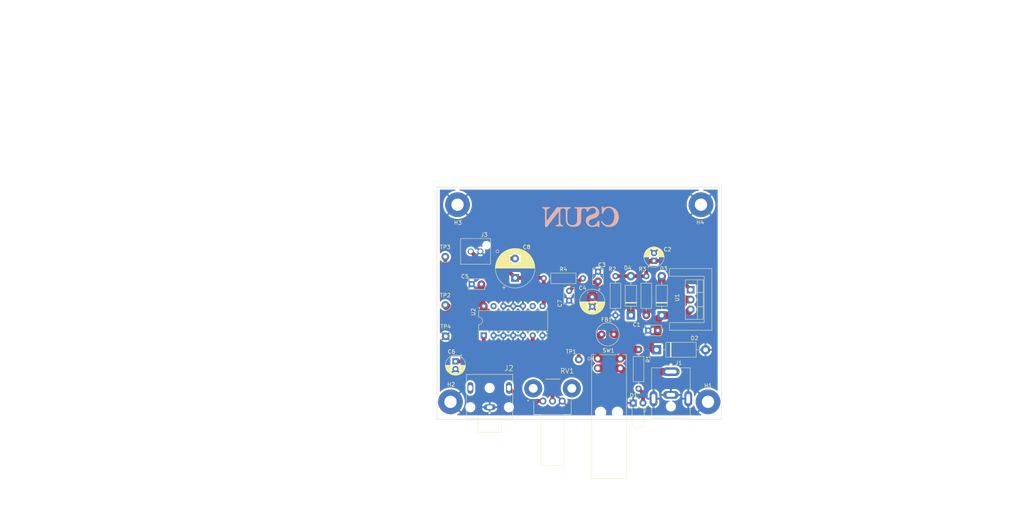
<source format=kicad_pcb>
(kicad_pcb (version 20211014) (generator pcbnew)
  (title_block (title "LM384 Audio Amplifier Project") (date "2022-06-16") (rev "00") (company "California State University Northridge") (comment 1 "Abdullah Hendy"))
  (layers (0 "F.Cu" signal) (31 "B.Cu" signal) (34 "B.Paste" user) (35 "F.Paste" user) (36 "B.SilkS" user "B.Silkscreen") (37 "F.SilkS" user "F.Silkscreen") (38 "B.Mask" user) (39 "F.Mask" user) (44 "Edge.Cuts" user))
  (net 0 "")
  (net 1 "/24V")
  (net 2 "GNDREF")
  (net 3 "Net-(C2-Pad1)")
  (net 4 "VS")
  (net 5 "Net-(C6-Pad1)")
  (net 6 "Net-(C7-Pad1)")
  (net 7 "Net-(C8-Pad1)")
  (net 8 "Net-(C8-Pad2)")
  (net 9 "Net-(D1-Pad2)")
  (net 10 "/24Vin")
  (net 11 "/24VSW")
  (net 12 "Net-(J2-Pad2)")
  (net 14 "Net-(RV1-Pad2)")
  (footprint "Resistor_THT:R_Axial_DIN0207_L6.3mm_D2.5mm_P10.16mm_Horizontal" (layer "F.Cu") (at 177 86.42 -90)
    (fp_text reference "R2" (at -1.82 0.8 -180) (layer "F.SilkS"))
    (fp_text value "3.57k")
    (pad "1" thru_hole circle (at 0 0 270) (size 1.6 1.6) (drill 0.8) (layers *.Cu *.Mask) (net 3 "Net-(C2-Pad1)"))
    (pad "2" thru_hole oval (at 10.16 0 270) (size 1.6 1.6) (drill 0.8) (layers *.Cu *.Mask) (net 2 "GNDREF"))
  )
  (footprint "28C0236-0EW-10:FB_28C0236-0EW-10" (layer "F.Cu") (at 175 101.5)
    (fp_text reference "FB1" (at -0.3 -3.8) (layer "F.SilkS"))
    (fp_text value "998 OHM")
    (pad "1" thru_hole rect locked (at -1.575 0) (size 1.189 1.189) (drill 0.839) (layers *.Cu *.Mask) (net 11 "/24VSW"))
    (pad "2" thru_hole circle locked (at 1.575 0) (size 1.189 1.189) (drill 0.839) (layers *.Cu *.Mask) (net 1 "/24V"))
  )
  (footprint "Package_TO_SOT_THT:TO-220-3_Vertical" (layer "F.Cu") (at 196.5 89.96 -90)
    (fp_text reference "U1" (at 2.04 3.5 90) (layer "F.SilkS"))
    (fp_text value "LM317_TO-220")
    (pad "1" thru_hole rect (at 0 0 270) (size 1.905 2) (drill 1.1) (layers *.Cu *.Mask) (net 3 "Net-(C2-Pad1)"))
    (pad "2" thru_hole oval (at 2.54 0 270) (size 1.905 2) (drill 1.1) (layers *.Cu *.Mask) (net 4 "VS"))
    (pad "3" thru_hole oval (at 5.08 0 270) (size 1.905 2) (drill 1.1) (layers *.Cu *.Mask) (net 1 "/24V"))
  )
  (footprint "Resistor_THT:R_Axial_DIN0207_L6.3mm_D2.5mm_P10.16mm_Horizontal" (layer "F.Cu") (at 185 96.58 90)
    (fp_text reference "R3" (at 11.98 -1 180) (layer "F.SilkS"))
    (fp_text value "240")
    (pad "1" thru_hole circle (at 0 0 90) (size 1.6 1.6) (drill 0.8) (layers *.Cu *.Mask) (net 4 "VS"))
    (pad "2" thru_hole oval (at 10.16 0 90) (size 1.6 1.6) (drill 0.8) (layers *.Cu *.Mask) (net 3 "Net-(C2-Pad1)"))
  )
  (footprint "Capacitor_THT:CP_Radial_D5.0mm_P2.00mm" (layer "F.Cu") (at 135.544888 108.5 -90)
    (fp_text reference "C6" (at -2.5 1.044888 180) (layer "F.SilkS"))
    (fp_text value "5.6u")
    (pad "1" thru_hole rect (at 0 0 270) (size 1.6 1.6) (drill 0.8) (layers *.Cu *.Mask) (net 5 "Net-(C6-Pad1)"))
    (pad "2" thru_hole circle (at 2 0 270) (size 1.6 1.6) (drill 0.8) (layers *.Cu *.Mask) (net 2 "GNDREF"))
  )
  (footprint "Keystone 5000:TestPoint_Keystone_5000-5004_Miniature_01" (layer "F.Cu") (at 167.5 108)
    (fp_text reference "TP1" (at -2 -2) (layer "F.SilkS"))
    (fp_text value "TestPoint")
    (pad "1" thru_hole circle (at 0 0) (size 2 2) (drill 1) (layers *.Cu *.Mask) (net 1 "/24V"))
  )
  (footprint "MountingHole:MountingHole_3.2mm_M3_Pad" (layer "F.Cu") (at 199.175 67.9)
    (fp_text reference "H4" (at -0.2 4.6) (layer "F.SilkS"))
    (fp_text value "MountingHole")
    (pad "1" thru_hole circle (at 0 0) (size 6.4 6.4) (drill 3.2) (layers *.Cu *.Mask) (net 2 "GNDREF"))
  )
  (footprint "MountingHole:MountingHole_3.2mm_M3_Pad" (layer "F.Cu") (at 134.25 119)
    (fp_text reference "H2" (at 0.15 -4.5) (layer "F.SilkS"))
    (fp_text value "MountingHole")
    (pad "1" thru_hole circle (at 0 0) (size 6.4 6.4) (drill 3.2) (layers *.Cu *.Mask) (net 2 "GNDREF"))
  )
  (footprint "Keystone 5000:TestPoint_Keystone_5000-5004_Miniature_01" (layer "F.Cu") (at 132.9 81.4)
    (fp_text reference "TP3" (at 0 -2.5) (layer "F.SilkS"))
    (fp_text value "TestPoint")
    (pad "1" thru_hole circle (at 0 0) (size 2 2) (drill 1) (layers *.Cu *.Mask) (net 7 "Net-(C8-Pad1)"))
  )
  (footprint "Keystone 5000:TestPoint_Keystone_5000-5004_Miniature_01" (layer "F.Cu") (at 132.9 93.9)
    (fp_text reference "TP2" (at 0 -2.5) (layer "F.SilkS"))
    (fp_text value "TestPoint")
    (pad "1" thru_hole circle (at 0 0) (size 2 2) (drill 1) (layers *.Cu *.Mask) (net 4 "VS"))
  )
  (footprint "LED_THT:LED_D3.0mm_Horizontal_O1.27mm_Z6.0mm" (layer "F.Cu") (at 181.6 119.3)
    (fp_text reference "D1" (at 0.1 -1.96) (layer "F.SilkS"))
    (fp_text value "Red RA LED")
    (pad "1" thru_hole rect (at 0 0) (size 1.8 1.8) (drill 0.9) (layers *.Cu *.Mask) (net 2 "GNDREF"))
    (pad "2" thru_hole circle (at 2.54 0) (size 1.8 1.8) (drill 0.9) (layers *.Cu *.Mask) (net 9 "Net-(D1-Pad2)"))
  )
  (footprint "Capacitor_THT:CP_Radial_D6.3mm_P2.50mm" (layer "F.Cu") (at 171 91.817621 -90)
    (fp_text reference "C4" (at -2.317621 2.5 -180) (layer "F.SilkS"))
    (fp_text value "100u")
    (pad "1" thru_hole rect (at 0 0 270) (size 1.6 1.6) (drill 0.8) (layers *.Cu *.Mask) (net 4 "VS"))
    (pad "2" thru_hole circle (at 2.5 0 270) (size 1.6 1.6) (drill 0.8) (layers *.Cu *.Mask) (net 2 "GNDREF"))
  )
  (footprint "Diode_THT:D_DO-41_SOD81_P10.16mm_Horizontal" (layer "F.Cu") (at 189 96.58 90)
    (fp_text reference "D3" (at 12.08 0.5 180) (layer "F.SilkS"))
    (fp_text value "1N4002")
    (pad "1" thru_hole rect (at 0 0 90) (size 2.2 2.2) (drill 1.1) (layers *.Cu *.Mask) (net 1 "/24V"))
    (pad "2" thru_hole oval (at 10.16 0 90) (size 2.2 2.2) (drill 1.1) (layers *.Cu *.Mask) (net 4 "VS"))
  )
  (footprint "PJ-063AH:CUI_PJ-063AH" (layer "F.Cu") (at 191.375 111.1879 -90)
    (fp_text reference "J1" (at -2.2879 -2.025) (layer "F.SilkS") (effects (font (size 1.000228 1.000228))))
    (fp_text value "PJ-063AH")
    (pad "" np_thru_hole circle (at 9 0 270) (size 1.6 1.6) (drill 1.6) (layers *.Cu *.Mask))
    (pad "1" thru_hole oval (at 0 0 270) (size 2.25 4.5) (drill oval 1 3) (layers *.Cu *.Mask) (net 10 "/24Vin"))
    (pad "2" thru_hole oval (at 6 0 270) (size 2 4) (drill oval 1 2.3) (layers *.Cu *.Mask) (net 2 "GNDREF"))
    (pad "S1" thru_hole oval (at 7 -4.5 270) (size 4 2) (drill oval 2.5 1) (layers *.Cu *.Mask) (net 2 "GNDREF"))
    (pad "S2" thru_hole oval (at 7 4.5 270) (size 4 2) (drill oval 2.5 1) (layers *.Cu *.Mask) (net 2 "GNDREF"))
  )
  (footprint "MountingHole:MountingHole_3.2mm_M3_Pad" (layer "F.Cu") (at 201 119)
    (fp_text reference "H1" (at 0 -4.2) (layer "F.SilkS"))
    (fp_text value "MountingHole")
    (pad "1" thru_hole circle (at 0 0) (size 6.4 6.4) (drill 3.2) (layers *.Cu *.Mask) (net 2 "GNDREF"))
  )
  (footprint "Capacitor_THT:C_Rect_L4.0mm_W2.5mm_P2.50mm" (layer "F.Cu") (at 142.25 88.5 180)
    (fp_text reference "C5" (at 4.25 2) (layer "F.SilkS"))
    (fp_text value "0.1u")
    (pad "1" thru_hole circle (at 0 0 180) (size 1.6 1.6) (drill 0.8) (layers *.Cu *.Mask) (net 4 "VS"))
    (pad "2" thru_hole circle (at 2.5 0 180) (size 1.6 1.6) (drill 0.8) (layers *.Cu *.Mask) (net 2 "GNDREF"))
  )
  (footprint "PB400EEQR1BLK:PB400EEQR1BLK" (layer "F.Cu") (at 172.4 107.8)
    (fp_text reference "SW1" (at 2.8 -2.1) (layer "F.SilkS"))
    (fp_text value "PB400EEQR1BLK")
    (pad "" np_thru_hole circle (at 5.1435 13.9192) (size 1.905 1.905) (drill 1.905) (layers *.Cu *.Mask))
    (pad "" np_thru_hole circle (at 0.7493 13.9192) (size 1.905 1.905) (drill 1.905) (layers *.Cu *.Mask))
    (pad "1" thru_hole circle (at 0 0) (size 1.6002 1.6002) (drill 1.0922) (layers *.Cu *.Mask) (net 11 "/24VSW"))
    (pad "2" thru_hole circle (at 0 2.4892) (size 1.6002 1.6002) (drill 1.0922) (layers *.Cu *.Mask) (net 10 "/24Vin"))
    (pad "3" thru_hole circle (at 5.8928 0) (size 1.6002 1.6002) (drill 1.0922) (layers *.Cu *.Mask) (net 11 "/24VSW"))
    (pad "4" thru_hole circle (at 5.8928 2.4892) (size 1.6002 1.6002) (drill 1.0922) (layers *.Cu *.Mask) (net 10 "/24Vin"))
  )
  (footprint "Capacitor_THT:C_Rect_L4.0mm_W2.5mm_P2.50mm" (layer "F.Cu") (at 188 100.5 180)
    (fp_text reference "C1" (at 5.5 1.5) (layer "F.SilkS"))
    (fp_text value "0.1u")
    (pad "1" thru_hole circle (at 0 0 180) (size 1.6 1.6) (drill 0.8) (layers *.Cu *.Mask) (net 1 "/24V"))
    (pad "2" thru_hole circle (at 2.5 0 180) (size 1.6 1.6) (drill 0.8) (layers *.Cu *.Mask) (net 2 "GNDREF"))
  )
  (footprint "Diode_THT:D_DO-41_SOD81_P10.16mm_Horizontal" (layer "F.Cu") (at 181 96.58 90)
    (fp_text reference "D4" (at 12.28 -0.8 180) (layer "F.SilkS"))
    (fp_text value "1N4002")
    (pad "1" thru_hole rect (at 0 0 90) (size 2.2 2.2) (drill 1.1) (layers *.Cu *.Mask) (net 4 "VS"))
    (pad "2" thru_hole oval (at 10.16 0 90) (size 2.2 2.2) (drill 1.1) (layers *.Cu *.Mask) (net 3 "Net-(C2-Pad1)"))
  )
  (footprint "Diode_THT:D_DO-15_P12.70mm_Horizontal" (layer "F.Cu") (at 187.65 105.5)
    (fp_text reference "D2" (at 9.85 -3) (layer "F.SilkS"))
    (fp_text value "SA24A")
    (pad "1" thru_hole rect (at 0 0) (size 2.4 2.4) (drill 1.2) (layers *.Cu *.Mask) (net 1 "/24V"))
    (pad "2" thru_hole oval (at 12.7 0) (size 2.4 2.4) (drill 1.2) (layers *.Cu *.Mask) (net 2 "GNDREF"))
  )
  (footprint "footprints1:B02B-XASK-1LFSN" (layer "F.Cu") (at 142 80 180)
    (fp_text reference "J3" (at -1 4.3) (layer "F.SilkS"))
    (fp_text value "B02B-XASK-1-A(LF)(SN)")
    (pad "" np_thru_hole circle (at -1.6 1.6 180) (size 1.2 1.2) (drill 1.2) (layers F&B.Cu *.Mask))
    (pad "1" thru_hole circle (at 0 0 180) (size 1.4986 1.4986) (drill 0.9906) (layers *.Cu *.Mask) (net 2 "GNDREF"))
    (pad "2" thru_hole circle (at 2.5 0 180) (size 1.4986 1.4986) (drill 0.9906) (layers *.Cu *.Mask) (net 8 "Net-(C8-Pad2)"))
  )
  (footprint "Package_DIP:DIP-14_W7.62mm" (layer "F.Cu") (at 142.875 101.8 90)
    (fp_text reference "U2" (at 6.1 -2.675 90) (layer "F.SilkS"))
    (fp_text value "LM384")
    (pad "1" thru_hole rect (at 0 0 90) (size 1.6 1.6) (drill 0.8) (layers *.Cu *.Mask) (net 5 "Net-(C6-Pad1)"))
    (pad "2" thru_hole oval (at 0 2.54 90) (size 1.6 1.6) (drill 0.8) (layers *.Cu *.Mask) (net 2 "GNDREF"))
    (pad "3" thru_hole oval (at 0 5.08 90) (size 1.6 1.6) (drill 0.8) (layers *.Cu *.Mask) (net 2 "GNDREF"))
    (pad "4" thru_hole oval (at 0 7.62 90) (size 1.6 1.6) (drill 0.8) (layers *.Cu *.Mask) (net 2 "GNDREF"))
    (pad "5" thru_hole oval (at 0 10.16 90) (size 1.6 1.6) (drill 0.8) (layers *.Cu *.Mask) (net 2 "GNDREF"))
    (pad "6" thru_hole oval (at 0 12.7 90) (size 1.6 1.6) (drill 0.8) (layers *.Cu *.Mask) (net 14 "Net-(RV1-Pad2)"))
    (pad "7" thru_hole oval (at 0 15.24 90) (size 1.6 1.6) (drill 0.8) (layers *.Cu *.Mask) (net 2 "GNDREF"))
    (pad "8" thru_hole oval (at 7.62 15.24 90) (size 1.6 1.6) (drill 0.8) (layers *.Cu *.Mask) (net 7 "Net-(C8-Pad1)"))
    (pad "9" thru_hole oval (at 7.62 12.7 90) (size 1.6 1.6) (drill 0.8) (layers *.Cu *.Mask))
    (pad "10" thru_hole oval (at 7.62 10.16 90) (size 1.6 1.6) (drill 0.8) (layers *.Cu *.Mask) (net 2 "GNDREF"))
    (pad "11" thru_hole oval (at 7.62 7.62 90) (size 1.6 1.6) (drill 0.8) (layers *.Cu *.Mask) (net 2 "GNDREF"))
    (pad "12" thru_hole oval (at 7.62 5.08 90) (size 1.6 1.6) (drill 0.8) (layers *.Cu *.Mask) (net 2 "GNDREF"))
    (pad "13" thru_hole oval (at 7.62 2.54 90) (size 1.6 1.6) (drill 0.8) (layers *.Cu *.Mask))
    (pad "14" thru_hole oval (at 7.62 0 90) (size 1.6 1.6) (drill 0.8) (layers *.Cu *.Mask) (net 4 "VS"))
  )
  (footprint "Capacitor_THT:C_Rect_L4.0mm_W2.5mm_P2.50mm" (layer "F.Cu") (at 172.5 87.75 90)
    (fp_text reference "C3" (at 4.25 1) (layer "F.SilkS"))
    (fp_text value "0.1u")
    (pad "1" thru_hole circle (at 0 0 90) (size 1.6 1.6) (drill 0.8) (layers *.Cu *.Mask) (net 4 "VS"))
    (pad "2" thru_hole circle (at 2.5 0 90) (size 1.6 1.6) (drill 0.8) (layers *.Cu *.Mask) (net 2 "GNDREF"))
  )
  (footprint "MountingHole:MountingHole_3.2mm_M3_Pad" (layer "F.Cu") (at 136.075 67.9)
    (fp_text reference "H3" (at 0.1 4.7) (layer "F.SilkS"))
    (fp_text value "MountingHole")
    (pad "1" thru_hole circle (at 0 0) (size 6.4 6.4) (drill 3.2) (layers *.Cu *.Mask) (net 2 "GNDREF"))
  )
  (footprint "SJ1-3543N:CUI_SJ1-3543N" (layer "F.Cu") (at 144.4 120.4 90)
    (fp_text reference "J2" (at 10.1 5 180) (layer "F.SilkS") (effects (font (size 1.401866 1.401866))))
    (fp_text value "SJ1-3543N")
    (pad "" np_thru_hole circle (at 5 0 90) (size 1.6 1.6) (drill 1.6) (layers *.Cu *.Mask))
    (pad "" np_thru_hole circle (at 0 5 90) (size 1.6 1.6) (drill 1.6) (layers *.Cu *.Mask))
    (pad "" np_thru_hole circle (at 0 -5 90) (size 1.6 1.6) (drill 1.6) (layers *.Cu *.Mask))
    (pad "1" thru_hole oval (at 0 0 90) (size 1.508 3.016) (drill oval 1 1.5) (layers *.Cu *.Mask) (net 2 "GNDREF"))
    (pad "2" thru_hole oval (at 5 5 90) (size 3.016 1.508) (drill oval 1.5 1) (layers *.Cu *.Mask) (net 12 "Net-(J2-Pad2)"))
    (pad "3" thru_hole oval (at 5 -5 90) (size 3.016 1.508) (drill oval 1.5 1) (layers *.Cu *.Mask))
  )
  (footprint "Resistor_THT:R_Axial_DIN0207_L6.3mm_D2.5mm_P10.16mm_Horizontal" (layer "F.Cu") (at 183 105.42 -90)
    (fp_text reference "R1" (at 2.48 -2.5 90) (layer "F.SilkS"))
    (fp_text value "4.42k")
    (pad "1" thru_hole circle (at 0 0 270) (size 1.6 1.6) (drill 0.8) (layers *.Cu *.Mask) (net 11 "/24VSW"))
    (pad "2" thru_hole oval (at 10.16 0 270) (size 1.6 1.6) (drill 0.8) (layers *.Cu *.Mask) (net 9 "Net-(D1-Pad2)"))
  )
  (footprint "Capacitor_THT:CP_Radial_D10.0mm_P5.00mm" (layer "F.Cu") (at 151 86.867677 90)
    (fp_text reference "C8" (at 7.967677 3 180) (layer "F.SilkS"))
    (fp_text value "560u")
    (pad "1" thru_hole rect (at 0 0 90) (size 2 2) (drill 1) (layers *.Cu *.Mask) (net 7 "Net-(C8-Pad1)"))
    (pad "2" thru_hole circle (at 5 0 90) (size 2 2) (drill 1) (layers *.Cu *.Mask) (net 8 "Net-(C8-Pad2)"))
  )
  (footprint "PTV09A-2020F-A103:PTV09A2020FA104" (layer "F.Cu") (at 158.2 118.8)
    (fp_text reference "RV1" (at 6.3 -7.8) (layer "F.SilkS") (effects (font (size 1.27 1.27))))
    (fp_text value "10k" hide)
    (pad "1" thru_hole circle (at 0 0) (size 1.8 1.8) (drill 1) (layers *.Cu *.Mask) (net 12 "Net-(J2-Pad2)"))
    (pad "2" thru_hole circle (at 2.5 0) (size 1.8 1.8) (drill 1) (layers *.Cu *.Mask) (net 14 "Net-(RV1-Pad2)"))
    (pad "3" thru_hole circle (at 5 0) (size 1.8 1.8) (drill 1) (layers *.Cu *.Mask) (net 2 "GNDREF"))
    (pad "MH1" thru_hole circle (at -2.5 -3.3) (size 4.686 4.686) (drill 2.3) (layers *.Cu *.Mask))
    (pad "MH2" thru_hole circle (at 7.5 -3.3) (size 4.686 4.686) (drill 2.3) (layers *.Cu *.Mask))
  )
  (footprint "Capacitor_THT:C_Rect_L4.0mm_W2.5mm_P2.50mm" (layer "F.Cu") (at 165 90.25 -90)
    (fp_text reference "C7" (at 3.25 2.4 90) (layer "F.SilkS"))
    (fp_text value "0.1u")
    (pad "1" thru_hole circle (at 0 0 270) (size 1.6 1.6) (drill 0.8) (layers *.Cu *.Mask) (net 6 "Net-(C7-Pad1)"))
    (pad "2" thru_hole circle (at 2.5 0 270) (size 1.6 1.6) (drill 0.8) (layers *.Cu *.Mask) (net 2 "GNDREF"))
  )
  (footprint "Keystone 5000:TestPoint_Keystone_5000-5004_Miniature_01" (layer "F.Cu") (at 133 102)
    (fp_text reference "TP4" (at 0 -2.5) (layer "F.SilkS"))
    (fp_text value "TestPoint")
    (pad "1" thru_hole circle (at 0 0) (size 2 2) (drill 1) (layers *.Cu *.Mask) (net 2 "GNDREF"))
  )
  (footprint "Resistor_THT:R_Axial_DIN0207_L6.3mm_D2.5mm_P10.16mm_Horizontal" (layer "F.Cu") (at 158.42 87)
    (fp_text reference "R4" (at 5.08 -2.37) (layer "F.SilkS"))
    (fp_text value "2.7")
    (pad "1" thru_hole circle (at 0 0) (size 1.6 1.6) (drill 0.8) (layers *.Cu *.Mask) (net 7 "Net-(C8-Pad1)"))
    (pad "2" thru_hole oval (at 10.16 0) (size 1.6 1.6) (drill 0.8) (layers *.Cu *.Mask) (net 6 "Net-(C7-Pad1)"))
  )
  (footprint "Capacitor_THT:CP_Radial_D5.0mm_P2.00mm" (layer "F.Cu") (at 187 82.455112 90)
    (fp_text reference "C2" (at 2.955112 3.5 180) (layer "F.SilkS"))
    (fp_text value "10u")
    (pad "1" thru_hole rect (at 0 0 90) (size 1.6 1.6) (drill 0.8) (layers *.Cu *.Mask) (net 3 "Net-(C2-Pad1)"))
    (pad "2" thru_hole circle (at 2 0 90) (size 1.6 1.6) (drill 0.8) (layers *.Cu *.Mask) (net 2 "GNDREF"))
  )
  (footprint "Logo:Logo" (layer "B.Cu") (at 168 71 180)
    (fp_text reference "G***" hide)
    (fp_text value "LOGO" hide)
  )
  (gr_rect (start 130.75 63.4) (end 204.5 123.5) (layer "Edge.Cuts") (width 0.1) (fill none))
  (segment (start 194.96 96.58) (end 189 96.58) (width 2) (layer "F.Cu") (net 1))
  (segment (start 176.575 101.5) (end 182.922647 101.5) (width 2) (layer "F.Cu") (net 1))
  (segment (start 167.5 108) (end 167.5 101.5) (width 1) (layer "F.Cu") (net 1))
  (segment (start 170 99) (end 174.075 99) (width 1) (layer "F.Cu") (net 1))
  (segment (start 188 101.5) (end 185.461323 104.038677) (width 2) (layer "F.Cu") (net 1))
  (segment (start 167.5 101.5) (end 170 99) (width 1) (layer "F.Cu") (net 1))
  (segment (start 174.075 99) (end 176.575 101.5) (width 1) (layer "F.Cu") (net 1))
  (segment (start 188 97.58) (end 188 100.5) (width 2) (layer "F.Cu") (net 1))
  (segment (start 185.461323 104.038677) (end 186.922647 105.5) (width 2) (layer "F.Cu") (net 1))
  (segment (start 188 100.5) (end 188 101.5) (width 2) (layer "F.Cu") (net 1))
  (segment (start 189 96.58) (end 188 97.58) (width 2) (layer "F.Cu") (net 1))
  (segment (start 196.5 95.04) (end 194.96 96.58) (width 2) (layer "F.Cu") (net 1))
  (segment (start 182.922647 101.5) (end 185.461323 104.038677) (width 2) (layer "F.Cu") (net 1))
  (segment (start 186.922647 105.5) (end 187.65 105.5) (width 2) (layer "F.Cu") (net 1))
  (segment (start 185 83.5) (end 185 86.42) (width 1) (layer "F.Cu") (net 3))
  (segment (start 188.995112 82.455112) (end 187 82.455112) (width 1) (layer "F.Cu") (net 3))
  (segment (start 187 82.455112) (end 186.044888 82.455112) (width 1) (layer "F.Cu") (net 3))
  (segment (start 181 86.42) (end 177 86.42) (width 1) (layer "F.Cu") (net 3))
  (segment (start 185 86.42) (end 181 86.42) (width 1) (layer "F.Cu") (net 3))
  (segment (start 186.044888 82.455112) (end 185 83.5) (width 1) (layer "F.Cu") (net 3))
  (segment (start 196.5 89.96) (end 188.995112 82.455112) (width 1) (layer "F.Cu") (net 3))
  (segment (start 196.5 92.5) (end 193.595 92.5) (width 2) (layer "F.Cu") (net 4))
  (segment (start 189 91.135242) (end 188.317621 91.817621) (width 2) (layer "F.Cu") (net 4))
  (segment (start 142.25 93.555) (end 142.875 94.18) (width 2) (layer "F.Cu") (net 4))
  (segment (start 142.875 94.18) (end 142.875 97.525) (width 2) (layer "F.Cu") (net 4))
  (segment (start 142.25 88.5) (end 142.25 93.555) (width 2) (layer "F.Cu") (net 4))
  (segment (start 163.817621 98.2) (end 170.2 91.817621) (width 2) (layer "F.Cu") (net 4))
  (segment (start 181 92) (end 180.817621 91.817621) (width 2) (layer "F.Cu") (net 4))
  (segment (start 170.2 91.817621) (end 171 91.817621) (width 2) (layer "F.Cu") (net 4))
  (segment (start 137.2 98.2) (end 142.2 98.2) (width 2) (layer "F.Cu") (net 4))
  (segment (start 189 86.42) (end 189 91.135242) (width 2) (layer "F.Cu") (net 4))
  (segment (start 192.912621 91.817621) (end 188.317621 91.817621) (width 2) (layer "F.Cu") (net 4))
  (segment (start 171 89.25) (end 172.5 87.75) (width 2) (layer "F.Cu") (net 4))
  (segment (start 171 91.817621) (end 171 89.25) (width 2) (layer "F.Cu") (net 4))
  (segment (start 181 96.58) (end 181 92) (width 2) (layer "F.Cu") (net 4))
  (segment (start 184.682379 91.817621) (end 180.817621 91.817621) (width 2) (layer "F.Cu") (net 4))
  (segment (start 185 92.135242) (end 184.682379 91.817621) (width 2) (layer "F.Cu") (net 4))
  (segment (start 193.595 92.5) (end 192.912621 91.817621) (width 2) (layer "F.Cu") (net 4))
  (segment (start 188.317621 91.817621) (end 184.682379 91.817621) (width 2) (layer "F.Cu") (net 4))
  (segment (start 132.9 93.9) (end 137.2 98.2) (width 2) (layer "F.Cu") (net 4))
  (segment (start 180.817621 91.817621) (end 171 91.817621) (width 2) (layer "F.Cu") (net 4))
  (segment (start 142.2 98.2) (end 163.817621 98.2) (width 2) (layer "F.Cu") (net 4))
  (segment (start 142.875 97.525) (end 142.2 98.2) (width 2) (layer "F.Cu") (net 4))
  (segment (start 185 96.58) (end 185 92.135242) (width 2) (layer "F.Cu") (net 4))
  (segment (start 142.875 103.6) (end 137.975 108.5) (width 1) (layer "F.Cu") (net 5))
  (segment (start 137.975 108.5) (end 135.544888 108.5) (width 1) (layer "F.Cu") (net 5))
  (segment (start 142.875 101.8) (end 142.875 103.6) (width 1) (layer "F.Cu") (net 5))
  (segment (start 168.25 87) (end 165 90.25) (width 1) (layer "F.Cu") (net 6))
  (segment (start 168.58 87) (end 168.25 87) (width 1) (layer "F.Cu") (net 6))
  (segment (start 132.9 81.4) (end 132.9 82.9) (width 1) (layer "F.Cu") (net 7))
  (segment (start 158.42 93.875) (end 158.115 94.18) (width 1) (layer "F.Cu") (net 7))
  (segment (start 158.287677 86.867677) (end 158.42 87) (width 1) (layer "F.Cu") (net 7))
  (segment (start 132.9 82.9) (end 135 85) (width 1) (layer "F.Cu") (net 7))
  (segment (start 149.132323 85) (end 135 85) (width 1) (layer "F.Cu") (net 7))
  (segment (start 158.42 87) (end 158.42 93.875) (width 1) (layer "F.Cu") (net 7))
  (segment (start 151 86.867677) (end 149.132323 85) (width 1) (layer "F.Cu") (net 7))
  (segment (start 151 86.867677) (end 158.287677 86.867677) (width 1) (layer "F.Cu") (net 7))
  (segment (start 139.5 80) (end 141.367677 81.867677) (width 1) (layer "F.Cu") (net 8))
  (segment (start 141.367677 81.867677) (end 151 81.867677) (width 1) (layer "F.Cu") (net 8))
  (segment (start 183 115.58) (end 184.14 116.72) (width 1) (layer "F.Cu") (net 9))
  (segment (start 184.14 116.72) (end 184.14 119.3) (width 1) (layer "F.Cu") (net 9))
  (segment (start 178.2928 110.2892) (end 172.4 110.2892) (width 2) (layer "F.Cu") (net 10))
  (segment (start 191.375 111.1879) (end 179.1915 111.1879) (width 2) (layer "F.Cu") (net 10))
  (segment (start 179.1915 111.1879) (end 178.2928 110.2892) (width 2) (layer "F.Cu") (net 10))
  (segment (start 178.2928 107.8) (end 172.4 107.8) (width 2) (layer "F.Cu") (net 11))
  (segment (start 172.4 102.525) (end 173.425 101.5) (width 2) (layer "F.Cu") (net 11))
  (segment (start 172.4 107.8) (end 172.4 102.525) (width 2) (layer "F.Cu") (net 11))
  (segment (start 183 105.42) (end 180.6728 105.42) (width 2) (layer "F.Cu") (net 11))
  (segment (start 180.6728 105.42) (end 178.2928 107.8) (width 2) (layer "F.Cu") (net 11))
  (segment (start 158.2 118.8) (end 152.8 118.8) (width 1) (layer "F.Cu") (net 12))
  (segment (start 152.8 118.8) (end 149.4 115.4) (width 1) (layer "F.Cu") (net 12))
  (segment (start 160.7 109.6) (end 155.575 104.475) (width 1) (layer "F.Cu") (net 14))
  (segment (start 155.575 104.475) (end 155.575 101.8) (width 1) (layer "F.Cu") (net 14))
  (segment (start 160.7 118.8) (end 160.7 109.6) (width 1) (layer "F.Cu") (net 14))
  (zone (net 2) (net_name "GNDREF") (layer "B.Cu") (connect_pads (clearance 0.508)) (min_thickness 0.254) (fill yes (thermal_gap 0.508) (thermal_bridge_width 0.508))
    (polygon (pts (xy 203.5 122.5) (xy 131.5 122.5) (xy 131.5 64) (xy 203.5 64)))
  )
)
</source>
